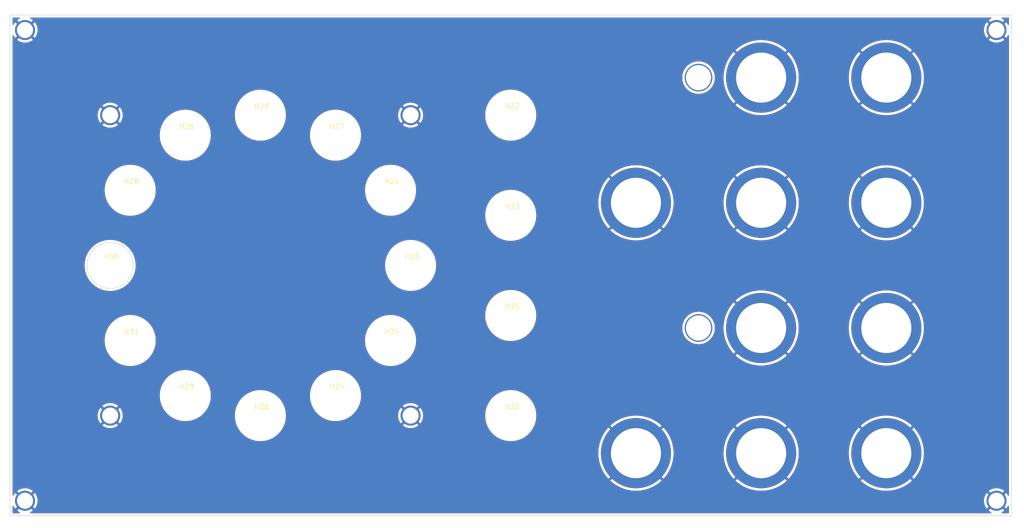
<source format=kicad_pcb>
(kicad_pcb (version 20211014) (generator pcbnew)
  (layers (0 "F.Cu" signal) (31 "B.Cu" signal) (34 "B.Paste" user) (35 "F.Paste" user) (36 "B.SilkS" user "B.Silkscreen") (37 "F.SilkS" user "F.Silkscreen") (38 "B.Mask" user) (39 "F.Mask" user) (44 "Edge.Cuts" user))
  (net 0 "")
  (net 1 "GND")
  (footprint "Kosmo_panel:Kosmo_Panel_Mounting_Hole" (layer "F.Cu") (at 53 53)
    (fp_text reference "H14" hide)
    (fp_text value "Mounting_Hole" hide)
    (pad "1" thru_hole circle (at 0 0) (size 4 4) (drill 3.2) (layers *.Cu *.Mask) (net 1 "GND"))
  )
  (footprint "Kosmo_panel:Kosmo_Jack_Hole" (layer "F.Cu") (at 225 62.5)
    (fp_text reference "H5" hide)
    (fp_text value "Jack_Hole" hide)
    (pad "1" thru_hole circle (at 0 0) (size 14 14) (drill 10) (layers *.Cu *.Mask) (net 1 "GND"))
  )
  (footprint "Kosmo_panel:Kosmo_Jack_Hole" (layer "F.Cu") (at 200 87.5)
    (fp_text reference "H6" hide)
    (fp_text value "Jack_Hole" hide)
    (pad "1" thru_hole circle (at 0 0) (size 14 14) (drill 10) (layers *.Cu *.Mask) (net 1 "GND"))
  )
  (footprint "Kosmo_panel:Kosmo_Illum_Switch" (layer "F.Cu") (at 115 126)
    (fp_text reference "H24" (at 0.254 -1.778 unlocked) (layer "F.SilkS"))
    (fp_text value "Push_Button_Hole")
    (pad "" np_thru_hole circle (at 0 0) (size 2.032 2.032) (drill 9.2) (layers F&B.Cu *.Mask))
  )
  (footprint "Kosmo_panel:Kosmo_Illum_Switch" (layer "F.Cu") (at 85 126)
    (fp_text reference "H29" (at 0.254 -1.778 unlocked) (layer "F.SilkS"))
    (fp_text value "Push_Button_Hole")
    (pad "" np_thru_hole circle (at 0 0) (size 2.032 2.032) (drill 9.2) (layers F&B.Cu *.Mask))
  )
  (footprint "Kosmo_panel:Kosmo_Illum_Switch" (layer "F.Cu") (at 70 100)
    (fp_text reference "H30" (at 0.254 -1.778 unlocked) (layer "F.SilkS"))
    (fp_text value "Push_Button_Hole")
    (pad "" np_thru_hole circle (at 0 0) (size 2.032 2.032) (drill 9.2) (layers F&B.Cu *.Mask))
  )
  (footprint "Kosmo_panel:Kosmo_Panel_Mounting_Hole" (layer "F.Cu") (at 53 147)
    (fp_text reference "H19" hide)
    (fp_text value "Mounting_Hole" hide)
    (pad "1" thru_hole circle (at 0 0) (size 4 4) (drill 3.2) (layers *.Cu *.Mask) (net 1 "GND"))
  )
  (footprint "Kosmo_panel:Kosmo_Jack_Hole" (layer "F.Cu") (at 225 87.5)
    (fp_text reference "H11" hide)
    (fp_text value "Jack_Hole" hide)
    (pad "1" thru_hole circle (at 0 0) (size 14 14) (drill 10) (layers *.Cu *.Mask) (net 1 "GND"))
  )
  (footprint "Kosmo_panel:Kosmo_Jack_Hole" (layer "F.Cu") (at 200 137.5)
    (fp_text reference "H3" hide)
    (fp_text value "Jack_Hole" hide)
    (pad "1" thru_hole circle (at 0 0) (size 14 14) (drill 10) (layers *.Cu *.Mask) (net 1 "GND"))
  )
  (footprint "Kosmo_panel:Kosmo_Illum_Switch" (layer "F.Cu") (at 150 70)
    (fp_text reference "H22" (at 0.254 -1.778 unlocked) (layer "F.SilkS"))
    (fp_text value "Push_Button_Hole")
    (pad "" np_thru_hole circle (at 0 0) (size 2.032 2.032) (drill 9.2) (layers F&B.Cu *.Mask))
  )
  (footprint "Kosmo_panel:Kosmo_Illum_Switch" (layer "F.Cu") (at 126 115)
    (fp_text reference "H34" (at 0.254 -1.778 unlocked) (layer "F.SilkS"))
    (fp_text value "Push_Button_Hole")
    (pad "" np_thru_hole circle (at 0 0) (size 2.032 2.032) (drill 9.2) (layers F&B.Cu *.Mask))
  )
  (footprint "Kosmo_panel:Kosmo_Illum_Switch" (layer "F.Cu") (at 130 100)
    (fp_text reference "H23" (at 0.254 -1.778 unlocked) (layer "F.SilkS"))
    (fp_text value "Push_Button_Hole")
    (pad "" np_thru_hole circle (at 0 0) (size 2.032 2.032) (drill 9.2) (layers F&B.Cu *.Mask))
  )
  (footprint "Kosmo_panel:Kosmo_Jack_Hole" (layer "F.Cu") (at 175 137.5)
    (fp_text reference "H16" hide)
    (fp_text value "Jack_Hole" hide)
    (pad "1" thru_hole circle (at 0 0) (size 14 14) (drill 10) (layers *.Cu *.Mask) (net 1 "GND"))
  )
  (footprint "Kosmo_panel:Kosmo_Illum_Switch" (layer "F.Cu") (at 100 130)
    (fp_text reference "H36" (at 0.254 -1.778 unlocked) (layer "F.SilkS"))
    (fp_text value "Push_Button_Hole")
    (pad "" np_thru_hole circle (at 0 0) (size 2.032 2.032) (drill 9.2) (layers F&B.Cu *.Mask))
  )
  (footprint "Kosmo_panel:Kosmo_Illum_Switch" (layer "F.Cu") (at 100 70)
    (fp_text reference "H25" (at 0.254 -1.778 unlocked) (layer "F.SilkS"))
    (fp_text value "Push_Button_Hole")
    (pad "" np_thru_hole circle (at 0 0) (size 2.032 2.032) (drill 9.2) (layers F&B.Cu *.Mask))
  )
  (footprint "Kosmo_panel:Kosmo_Illum_Switch" (layer "F.Cu") (at 150 130)
    (fp_text reference "H32" (at 0.254 -1.778 unlocked) (layer "F.SilkS"))
    (fp_text value "Push_Button_Hole")
    (pad "" np_thru_hole circle (at 0 0) (size 2.032 2.032) (drill 9.2) (layers F&B.Cu *.Mask))
  )
  (footprint "Kosmo_panel:Kosmo_Panel_Mounting_Hole" (layer "F.Cu") (at 247 53)
    (fp_text reference "H20" hide)
    (fp_text value "Mounting_Hole" hide)
    (pad "1" thru_hole circle (at 0 0) (size 4 4) (drill 3.2) (layers *.Cu *.Mask) (net 1 "GND"))
  )
  (footprint "Kosmo_panel:Kosmo_Panel_Mounting_Hole" (layer "F.Cu") (at 70 70)
    (fp_text reference "H15" hide)
    (fp_text value "Mounting_Hole" hide)
    (pad "1" thru_hole circle (at 0 0) (size 4 4) (drill 3.2) (layers *.Cu *.Mask) (net 1 "GND"))
  )
  (footprint "Kosmo_panel:Kosmo_Jack_Hole" (layer "F.Cu") (at 200 112.5)
    (fp_text reference "H7" hide)
    (fp_text value "Jack_Hole" hide)
    (pad "1" thru_hole circle (at 0 0) (size 14 14) (drill 10) (layers *.Cu *.Mask) (net 1 "GND"))
  )
  (footprint "Kosmo_panel:Kosmo_Panel_Mounting_Hole" (layer "F.Cu") (at 70 130)
    (fp_text reference "H8" hide)
    (fp_text value "Mounting_Hole" hide)
    (pad "1" thru_hole circle (at 0 0) (size 4 4) (drill 3.2) (layers *.Cu *.Mask) (net 1 "GND"))
  )
  (footprint "Kosmo_panel:Kosmo_LED_Hole" (layer "F.Cu") (at 187.5 62.5)
    (fp_text reference "H17" hide)
    (fp_text value "Led_Hole" hide)
    (pad "1" thru_hole circle (at 0 0) (size 5.5 5.5) (drill 5) (layers *.Cu *.Mask))
  )
  (footprint "Kosmo_panel:Kosmo_Jack_Hole" (layer "F.Cu") (at 200 62.5)
    (fp_text reference "H4" hide)
    (fp_text value "Jack_Hole" hide)
    (pad "1" thru_hole circle (at 0 0) (size 14 14) (drill 10) (layers *.Cu *.Mask) (net 1 "GND"))
  )
  (footprint "Kosmo_panel:Kosmo_Panel_Mounting_Hole" (layer "F.Cu") (at 130 130)
    (fp_text reference "H1" hide)
    (fp_text value "Mounting_Hole" hide)
    (pad "1" thru_hole circle (at 0 0) (size 4 4) (drill 3.2) (layers *.Cu *.Mask) (net 1 "GND"))
  )
  (footprint "Kosmo_panel:Kosmo_LED_Hole" (layer "F.Cu") (at 187.5 112.5)
    (fp_text reference "H10" hide)
    (fp_text value "Led_Hole" hide)
    (pad "1" thru_hole circle (at 0 0) (size 5.5 5.5) (drill 5) (layers *.Cu *.Mask))
  )
  (footprint "Kosmo_panel:Kosmo_Panel_Mounting_Hole" (layer "F.Cu") (at 247 147)
    (fp_text reference "H9" hide)
    (fp_text value "Mounting_Hole" hide)
    (pad "1" thru_hole circle (at 0 0) (size 4 4) (drill 3.2) (layers *.Cu *.Mask) (net 1 "GND"))
  )
  (footprint "Kosmo_panel:Kosmo_Jack_Hole" (layer "F.Cu") (at 225 137.5)
    (fp_text reference "H12" hide)
    (fp_text value "Jack_Hole" hide)
    (pad "1" thru_hole circle (at 0 0) (size 14 14) (drill 10) (layers *.Cu *.Mask) (net 1 "GND"))
  )
  (footprint "Kosmo_panel:Kosmo_Illum_Switch" (layer "F.Cu") (at 115 74)
    (fp_text reference "H27" (at 0.254 -1.778 unlocked) (layer "F.SilkS"))
    (fp_text value "Push_Button_Hole")
    (pad "" np_thru_hole circle (at 0 0) (size 2.032 2.032) (drill 9.2) (layers F&B.Cu *.Mask))
  )
  (footprint "Kosmo_panel:Kosmo_Panel_Mounting_Hole" (layer "F.Cu") (at 130 70)
    (fp_text reference "H2" hide)
    (fp_text value "Mounting_Hole" hide)
    (pad "1" thru_hole circle (at 0 0) (size 4 4) (drill 3.2) (layers *.Cu *.Mask) (net 1 "GND"))
  )
  (footprint "Kosmo_panel:Kosmo_Illum_Switch" (layer "F.Cu") (at 74 115)
    (fp_text reference "H31" (at 0.254 -1.778 unlocked) (layer "F.SilkS"))
    (fp_text value "Push_Button_Hole")
    (pad "" np_thru_hole circle (at 0 0) (size 2.032 2.032) (drill 9.2) (layers F&B.Cu *.Mask))
  )
  (footprint "Kosmo_panel:Kosmo_Illum_Switch" (layer "F.Cu") (at 150 90)
    (fp_text reference "H33" (at 0.254 -1.778 unlocked) (layer "F.SilkS"))
    (fp_text value "Push_Button_Hole")
    (pad "" np_thru_hole circle (at 0 0) (size 2.032 2.032) (drill 9.2) (layers F&B.Cu *.Mask))
  )
  (footprint "Kosmo_panel:Kosmo_Illum_Switch" (layer "F.Cu") (at 85 74)
    (fp_text reference "H26" (at 0.254 -1.778 unlocked) (layer "F.SilkS"))
    (fp_text value "Push_Button_Hole")
    (pad "" np_thru_hole circle (at 0 0) (size 2.032 2.032) (drill 9.2) (layers F&B.Cu *.Mask))
  )
  (footprint "Kosmo_panel:Kosmo_Illum_Switch" (layer "F.Cu") (at 126 85)
    (fp_text reference "H21" (at 0.254 -1.778 unlocked) (layer "F.SilkS"))
    (fp_text value "Push_Button_Hole")
    (pad "" np_thru_hole circle (at 0 0) (size 2.032 2.032) (drill 9.2) (layers F&B.Cu *.Mask))
  )
  (footprint "Kosmo_panel:Kosmo_Illum_Switch" (layer "F.Cu") (at 150 110)
    (fp_text reference "H35" (at 0.254 -1.778 unlocked) (layer "F.SilkS"))
    (fp_text value "Push_Button_Hole")
    (pad "" np_thru_hole circle (at 0 0) (size 2.032 2.032) (drill 9.2) (layers F&B.Cu *.Mask))
  )
  (footprint "Kosmo_panel:Kosmo_Jack_Hole" (layer "F.Cu") (at 175 87.5)
    (fp_text reference "H18" hide)
    (fp_text value "Jack_Hole" hide)
    (pad "1" thru_hole circle (at 0 0) (size 14 14) (drill 10) (layers *.Cu *.Mask) (net 1 "GND"))
  )
  (footprint "Kosmo_panel:Kosmo_Jack_Hole" (layer "F.Cu") (at 225 112.5)
    (fp_text reference "H13" hide)
    (fp_text value "Jack_Hole" hide)
    (pad "1" thru_hole circle (at 0 0) (size 14 14) (drill 10) (layers *.Cu *.Mask) (net 1 "GND"))
  )
  (footprint "Kosmo_panel:Kosmo_Illum_Switch" (layer "F.Cu") (at 74 85)
    (fp_text reference "H28" (at 0.254 -1.778 unlocked) (layer "F.SilkS"))
    (fp_text value "Push_Button_Hole")
    (pad "" np_thru_hole circle (at 0 0) (size 2.032 2.032) (drill 9.2) (layers F&B.Cu *.Mask))
  )
  (gr_circle (center 70 100) (end 74.6 100) (layer "Edge.Cuts") (width 0.1) (fill none))
  (gr_rect (start 50 150) (end 250 50) (layer "Edge.Cuts") (width 0.1) (fill none))
  (zone (net 1) (net_name "GND") (layer "F.Cu") (connect_pads (clearance 0.508)) (min_thickness 0.254) (fill yes (thermal_gap 0.508) (thermal_bridge_width 0.508))
    (polygon (pts (xy 251.5 151.5) (xy 48 151.5) (xy 49 48.5) (xy 251 48)))
  )
  (zone (net 1) (net_name "GND") (layer "B.Cu") (connect_pads (clearance 0.508)) (min_thickness 0.254) (fill yes (thermal_gap 0.508) (thermal_bridge_width 0.508))
    (polygon (pts (xy 252 152) (xy 48 152.5) (xy 48 47) (xy 252.5 47)))
  )
)
</source>
